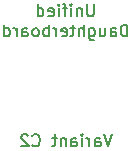
<source format=gbo>
G04 #@! TF.GenerationSoftware,KiCad,Pcbnew,5.1.5*
G04 #@! TF.CreationDate,2020-01-08T02:03:50-03:00*
G04 #@! TF.ProjectId,Unified-Daughterboard,556e6966-6965-4642-9d44-617567687465,rev?*
G04 #@! TF.SameCoordinates,Original*
G04 #@! TF.FileFunction,Legend,Bot*
G04 #@! TF.FilePolarity,Positive*
%FSLAX46Y46*%
G04 Gerber Fmt 4.6, Leading zero omitted, Abs format (unit mm)*
G04 Created by KiCad (PCBNEW 5.1.5) date 2020-01-08 02:03:50*
%MOMM*%
%LPD*%
G04 APERTURE LIST*
%ADD10C,0.200000*%
%ADD11C,3.602000*%
%ADD12C,0.752000*%
G04 APERTURE END LIST*
D10*
X78885452Y-69745380D02*
X78552119Y-70745380D01*
X78218785Y-69745380D01*
X77456880Y-70745380D02*
X77456880Y-70221571D01*
X77504500Y-70126333D01*
X77599738Y-70078714D01*
X77790214Y-70078714D01*
X77885452Y-70126333D01*
X77456880Y-70697761D02*
X77552119Y-70745380D01*
X77790214Y-70745380D01*
X77885452Y-70697761D01*
X77933071Y-70602523D01*
X77933071Y-70507285D01*
X77885452Y-70412047D01*
X77790214Y-70364428D01*
X77552119Y-70364428D01*
X77456880Y-70316809D01*
X76980690Y-70745380D02*
X76980690Y-70078714D01*
X76980690Y-70269190D02*
X76933071Y-70173952D01*
X76885452Y-70126333D01*
X76790214Y-70078714D01*
X76694976Y-70078714D01*
X76361642Y-70745380D02*
X76361642Y-70078714D01*
X76361642Y-69745380D02*
X76409261Y-69793000D01*
X76361642Y-69840619D01*
X76314023Y-69793000D01*
X76361642Y-69745380D01*
X76361642Y-69840619D01*
X75456880Y-70745380D02*
X75456880Y-70221571D01*
X75504500Y-70126333D01*
X75599738Y-70078714D01*
X75790214Y-70078714D01*
X75885452Y-70126333D01*
X75456880Y-70697761D02*
X75552119Y-70745380D01*
X75790214Y-70745380D01*
X75885452Y-70697761D01*
X75933071Y-70602523D01*
X75933071Y-70507285D01*
X75885452Y-70412047D01*
X75790214Y-70364428D01*
X75552119Y-70364428D01*
X75456880Y-70316809D01*
X74980690Y-70078714D02*
X74980690Y-70745380D01*
X74980690Y-70173952D02*
X74933071Y-70126333D01*
X74837833Y-70078714D01*
X74694976Y-70078714D01*
X74599738Y-70126333D01*
X74552119Y-70221571D01*
X74552119Y-70745380D01*
X74218785Y-70078714D02*
X73837833Y-70078714D01*
X74075928Y-69745380D02*
X74075928Y-70602523D01*
X74028309Y-70697761D01*
X73933071Y-70745380D01*
X73837833Y-70745380D01*
X72171166Y-70650142D02*
X72218785Y-70697761D01*
X72361642Y-70745380D01*
X72456880Y-70745380D01*
X72599738Y-70697761D01*
X72694976Y-70602523D01*
X72742595Y-70507285D01*
X72790214Y-70316809D01*
X72790214Y-70173952D01*
X72742595Y-69983476D01*
X72694976Y-69888238D01*
X72599738Y-69793000D01*
X72456880Y-69745380D01*
X72361642Y-69745380D01*
X72218785Y-69793000D01*
X72171166Y-69840619D01*
X71790214Y-69840619D02*
X71742595Y-69793000D01*
X71647357Y-69745380D01*
X71409261Y-69745380D01*
X71314023Y-69793000D01*
X71266404Y-69840619D01*
X71218785Y-69935857D01*
X71218785Y-70031095D01*
X71266404Y-70173952D01*
X71837833Y-70745380D01*
X71218785Y-70745380D01*
X77385452Y-58745380D02*
X77385452Y-59554904D01*
X77337833Y-59650142D01*
X77290214Y-59697761D01*
X77194976Y-59745380D01*
X77004500Y-59745380D01*
X76909261Y-59697761D01*
X76861642Y-59650142D01*
X76814023Y-59554904D01*
X76814023Y-58745380D01*
X76337833Y-59078714D02*
X76337833Y-59745380D01*
X76337833Y-59173952D02*
X76290214Y-59126333D01*
X76194976Y-59078714D01*
X76052119Y-59078714D01*
X75956880Y-59126333D01*
X75909261Y-59221571D01*
X75909261Y-59745380D01*
X75433071Y-59745380D02*
X75433071Y-59078714D01*
X75433071Y-58745380D02*
X75480690Y-58793000D01*
X75433071Y-58840619D01*
X75385452Y-58793000D01*
X75433071Y-58745380D01*
X75433071Y-58840619D01*
X75099738Y-59078714D02*
X74718785Y-59078714D01*
X74956880Y-59745380D02*
X74956880Y-58888238D01*
X74909261Y-58793000D01*
X74814023Y-58745380D01*
X74718785Y-58745380D01*
X74385452Y-59745380D02*
X74385452Y-59078714D01*
X74385452Y-58745380D02*
X74433071Y-58793000D01*
X74385452Y-58840619D01*
X74337833Y-58793000D01*
X74385452Y-58745380D01*
X74385452Y-58840619D01*
X73528309Y-59697761D02*
X73623547Y-59745380D01*
X73814023Y-59745380D01*
X73909261Y-59697761D01*
X73956880Y-59602523D01*
X73956880Y-59221571D01*
X73909261Y-59126333D01*
X73814023Y-59078714D01*
X73623547Y-59078714D01*
X73528309Y-59126333D01*
X73480690Y-59221571D01*
X73480690Y-59316809D01*
X73956880Y-59412047D01*
X72623547Y-59745380D02*
X72623547Y-58745380D01*
X72623547Y-59697761D02*
X72718785Y-59745380D01*
X72909261Y-59745380D01*
X73004500Y-59697761D01*
X73052119Y-59650142D01*
X73099738Y-59554904D01*
X73099738Y-59269190D01*
X73052119Y-59173952D01*
X73004500Y-59126333D01*
X72909261Y-59078714D01*
X72718785Y-59078714D01*
X72623547Y-59126333D01*
X80218785Y-61445380D02*
X80218785Y-60445380D01*
X79980690Y-60445380D01*
X79837833Y-60493000D01*
X79742595Y-60588238D01*
X79694976Y-60683476D01*
X79647357Y-60873952D01*
X79647357Y-61016809D01*
X79694976Y-61207285D01*
X79742595Y-61302523D01*
X79837833Y-61397761D01*
X79980690Y-61445380D01*
X80218785Y-61445380D01*
X78790214Y-61445380D02*
X78790214Y-60921571D01*
X78837833Y-60826333D01*
X78933071Y-60778714D01*
X79123547Y-60778714D01*
X79218785Y-60826333D01*
X78790214Y-61397761D02*
X78885452Y-61445380D01*
X79123547Y-61445380D01*
X79218785Y-61397761D01*
X79266404Y-61302523D01*
X79266404Y-61207285D01*
X79218785Y-61112047D01*
X79123547Y-61064428D01*
X78885452Y-61064428D01*
X78790214Y-61016809D01*
X77885452Y-60778714D02*
X77885452Y-61445380D01*
X78314023Y-60778714D02*
X78314023Y-61302523D01*
X78266404Y-61397761D01*
X78171166Y-61445380D01*
X78028309Y-61445380D01*
X77933071Y-61397761D01*
X77885452Y-61350142D01*
X76980690Y-60778714D02*
X76980690Y-61588238D01*
X77028309Y-61683476D01*
X77075928Y-61731095D01*
X77171166Y-61778714D01*
X77314023Y-61778714D01*
X77409261Y-61731095D01*
X76980690Y-61397761D02*
X77075928Y-61445380D01*
X77266404Y-61445380D01*
X77361642Y-61397761D01*
X77409261Y-61350142D01*
X77456880Y-61254904D01*
X77456880Y-60969190D01*
X77409261Y-60873952D01*
X77361642Y-60826333D01*
X77266404Y-60778714D01*
X77075928Y-60778714D01*
X76980690Y-60826333D01*
X76504500Y-61445380D02*
X76504500Y-60445380D01*
X76075928Y-61445380D02*
X76075928Y-60921571D01*
X76123547Y-60826333D01*
X76218785Y-60778714D01*
X76361642Y-60778714D01*
X76456880Y-60826333D01*
X76504500Y-60873952D01*
X75742595Y-60778714D02*
X75361642Y-60778714D01*
X75599738Y-60445380D02*
X75599738Y-61302523D01*
X75552119Y-61397761D01*
X75456880Y-61445380D01*
X75361642Y-61445380D01*
X74647357Y-61397761D02*
X74742595Y-61445380D01*
X74933071Y-61445380D01*
X75028309Y-61397761D01*
X75075928Y-61302523D01*
X75075928Y-60921571D01*
X75028309Y-60826333D01*
X74933071Y-60778714D01*
X74742595Y-60778714D01*
X74647357Y-60826333D01*
X74599738Y-60921571D01*
X74599738Y-61016809D01*
X75075928Y-61112047D01*
X74171166Y-61445380D02*
X74171166Y-60778714D01*
X74171166Y-60969190D02*
X74123547Y-60873952D01*
X74075928Y-60826333D01*
X73980690Y-60778714D01*
X73885452Y-60778714D01*
X73552119Y-61445380D02*
X73552119Y-60445380D01*
X73552119Y-60826333D02*
X73456880Y-60778714D01*
X73266404Y-60778714D01*
X73171166Y-60826333D01*
X73123547Y-60873952D01*
X73075928Y-60969190D01*
X73075928Y-61254904D01*
X73123547Y-61350142D01*
X73171166Y-61397761D01*
X73266404Y-61445380D01*
X73456880Y-61445380D01*
X73552119Y-61397761D01*
X72504500Y-61445380D02*
X72599738Y-61397761D01*
X72647357Y-61350142D01*
X72694976Y-61254904D01*
X72694976Y-60969190D01*
X72647357Y-60873952D01*
X72599738Y-60826333D01*
X72504500Y-60778714D01*
X72361642Y-60778714D01*
X72266404Y-60826333D01*
X72218785Y-60873952D01*
X72171166Y-60969190D01*
X72171166Y-61254904D01*
X72218785Y-61350142D01*
X72266404Y-61397761D01*
X72361642Y-61445380D01*
X72504500Y-61445380D01*
X71314023Y-61445380D02*
X71314023Y-60921571D01*
X71361642Y-60826333D01*
X71456880Y-60778714D01*
X71647357Y-60778714D01*
X71742595Y-60826333D01*
X71314023Y-61397761D02*
X71409261Y-61445380D01*
X71647357Y-61445380D01*
X71742595Y-61397761D01*
X71790214Y-61302523D01*
X71790214Y-61207285D01*
X71742595Y-61112047D01*
X71647357Y-61064428D01*
X71409261Y-61064428D01*
X71314023Y-61016809D01*
X70837833Y-61445380D02*
X70837833Y-60778714D01*
X70837833Y-60969190D02*
X70790214Y-60873952D01*
X70742595Y-60826333D01*
X70647357Y-60778714D01*
X70552119Y-60778714D01*
X69790214Y-61445380D02*
X69790214Y-60445380D01*
X69790214Y-61397761D02*
X69885452Y-61445380D01*
X70075928Y-61445380D01*
X70171166Y-61397761D01*
X70218785Y-61350142D01*
X70266404Y-61254904D01*
X70266404Y-60969190D01*
X70218785Y-60873952D01*
X70171166Y-60826333D01*
X70075928Y-60778714D01*
X69885452Y-60778714D01*
X69790214Y-60826333D01*
%LPC*%
D11*
X68004500Y-58543000D03*
D12*
X77894500Y-62793000D03*
X72114500Y-62793000D03*
M02*

</source>
